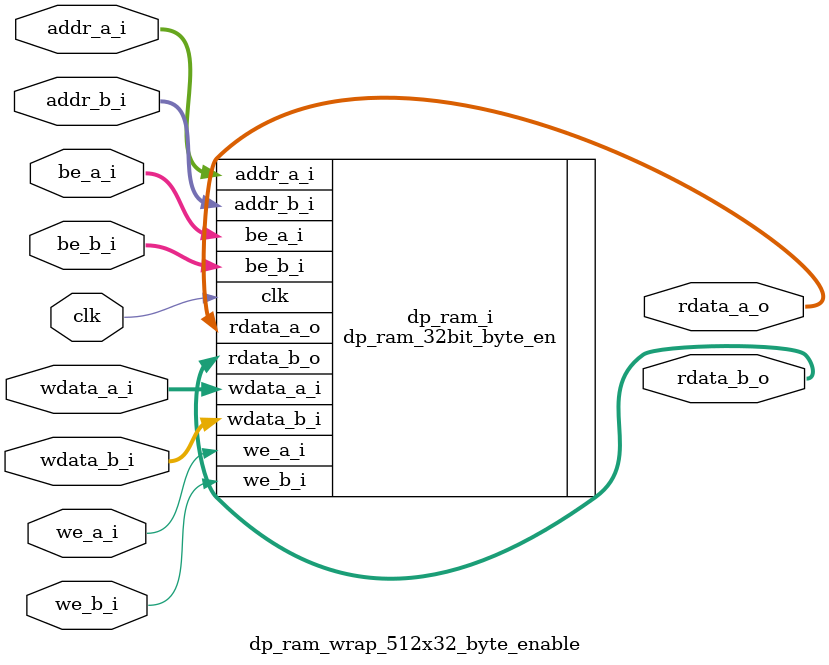
<source format=sv>

`ifdef ALTERA
`define ALTERA_MEM
`endif

module dp_ram_wrap_512x32_byte_enable
  #(
    parameter ADDR_WIDTH = 9
  )(
    input  logic clk,

    input  logic [ADDR_WIDTH-1:0]  addr_a_i,
    input  logic [31:0]            wdata_a_i,
    output logic [31:0]            rdata_a_o,
    input  logic                   we_a_i,
    input  logic [3:0]             be_a_i,

    input  logic [ADDR_WIDTH-1:0]  addr_b_i,
    input  logic [31:0]            wdata_b_i,
    output logic [31:0]            rdata_b_o,
    input  logic                   we_b_i,
    input  logic [3:0]             be_b_i
  );

`ifdef ALTERA_MEM

dp_ram_512x32	dp_ram_512x32_inst (
	.address_a ( addr_a_i ),
	.address_b ( addr_b_i ),
	.byteena_a ( be_a_i ),
	.byteena_b ( be_b_i ),
	.clock     ( clk),
	.data_a    ( wdata_a_i ),
	.data_b    ( wdata_b_i ),
	.wren_a    ( we_a_i ),
	.wren_b    ( we_b_i ),
	.q_a       ( rdata_a_o ),
	.q_b       ( rdata_b_o )
 );

`else
dp_ram_32bit_byte_en
#(
  .ADDR_WIDTH ( ADDR_WIDTH )
  )
  dp_ram_i
  (
    .clk       ( clk       ),

    .addr_a_i  ( addr_a_i  ),
    .wdata_a_i ( wdata_a_i ),
    .rdata_a_o ( rdata_a_o ),
    .we_a_i    ( we_a_i    ),
    .be_a_i    ( be_a_i    ),

    .addr_b_i  ( addr_b_i  ),
    .wdata_b_i ( wdata_b_i ),
    .rdata_b_o ( rdata_b_o ),
    .we_b_i    ( we_b_i    ),
    .be_b_i    ( be_b_i    )
    );
`endif

endmodule


</source>
